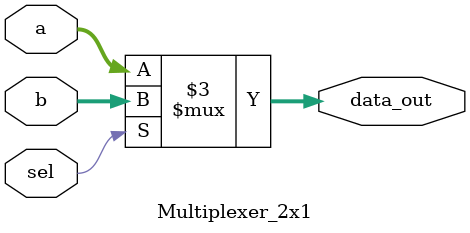
<source format=v>
module Multiplexer_2x1
  ( 
  input [63:0] a, b,
  input sel,
  output reg [63:0] data_out
  );
  always @ (sel or a or b)
  if (sel)
    data_out = b;
  else
    data_out = a;
    
  endmodule
  

</source>
